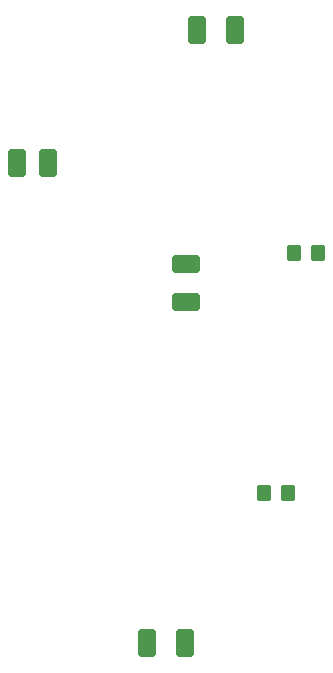
<source format=gbr>
%TF.GenerationSoftware,KiCad,Pcbnew,(6.0.9)*%
%TF.CreationDate,2024-03-02T11:40:50+05:30*%
%TF.ProjectId,CT_2.0.0,43545f32-2e30-42e3-902e-6b696361645f,rev?*%
%TF.SameCoordinates,Original*%
%TF.FileFunction,Paste,Top*%
%TF.FilePolarity,Positive*%
%FSLAX46Y46*%
G04 Gerber Fmt 4.6, Leading zero omitted, Abs format (unit mm)*
G04 Created by KiCad (PCBNEW (6.0.9)) date 2024-03-02 11:40:50*
%MOMM*%
%LPD*%
G01*
G04 APERTURE LIST*
G04 Aperture macros list*
%AMRoundRect*
0 Rectangle with rounded corners*
0 $1 Rounding radius*
0 $2 $3 $4 $5 $6 $7 $8 $9 X,Y pos of 4 corners*
0 Add a 4 corners polygon primitive as box body*
4,1,4,$2,$3,$4,$5,$6,$7,$8,$9,$2,$3,0*
0 Add four circle primitives for the rounded corners*
1,1,$1+$1,$2,$3*
1,1,$1+$1,$4,$5*
1,1,$1+$1,$6,$7*
1,1,$1+$1,$8,$9*
0 Add four rect primitives between the rounded corners*
20,1,$1+$1,$2,$3,$4,$5,0*
20,1,$1+$1,$4,$5,$6,$7,0*
20,1,$1+$1,$6,$7,$8,$9,0*
20,1,$1+$1,$8,$9,$2,$3,0*%
G04 Aperture macros list end*
%ADD10RoundRect,0.250000X-0.350000X-0.450000X0.350000X-0.450000X0.350000X0.450000X-0.350000X0.450000X0*%
%ADD11RoundRect,0.250001X-0.499999X-0.924999X0.499999X-0.924999X0.499999X0.924999X-0.499999X0.924999X0*%
%ADD12RoundRect,0.250001X0.924999X-0.499999X0.924999X0.499999X-0.924999X0.499999X-0.924999X-0.499999X0*%
%ADD13RoundRect,0.250000X0.350000X0.450000X-0.350000X0.450000X-0.350000X-0.450000X0.350000X-0.450000X0*%
%ADD14RoundRect,0.250000X-0.500000X-0.925000X0.500000X-0.925000X0.500000X0.925000X-0.500000X0.925000X0*%
G04 APERTURE END LIST*
D10*
%TO.C,R11*%
X113300000Y-109220000D03*
X115300000Y-109220000D03*
%TD*%
D11*
%TO.C,C7*%
X103375000Y-121920000D03*
X106625000Y-121920000D03*
%TD*%
%TO.C,C10*%
X107595000Y-70000000D03*
X110845000Y-70000000D03*
%TD*%
D12*
%TO.C,C13*%
X106680000Y-93065000D03*
X106680000Y-89815000D03*
%TD*%
D13*
%TO.C,R10*%
X117840000Y-88900000D03*
X115840000Y-88900000D03*
%TD*%
D11*
%TO.C,C16*%
X92355000Y-81280000D03*
D14*
X95000000Y-81280000D03*
%TD*%
M02*

</source>
